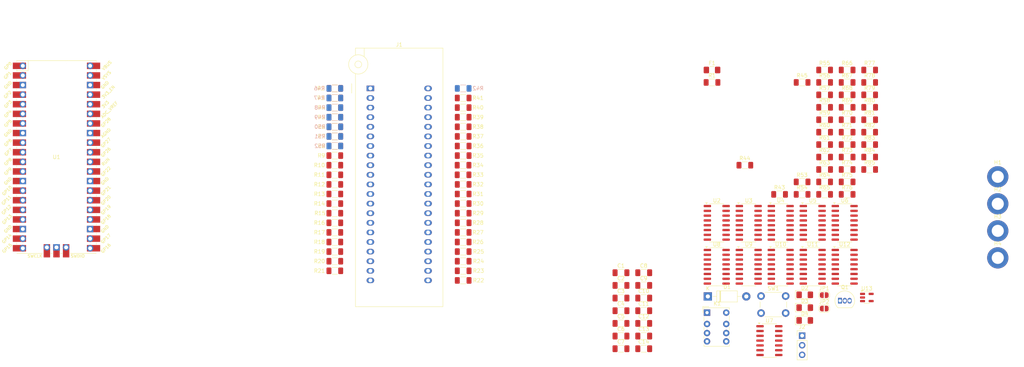
<source format=kicad_pcb>
(kicad_pcb (version 20240108) (generator "pcbnew") (generator_version "8.0")
  (layers (0 "F.Cu" signal) (31 "B.Cu" signal) (34 "B.Paste" user) (35 "F.Paste" user) (36 "B.SilkS" user "B.Silkscreen") (37 "F.SilkS" user "F.Silkscreen") (38 "B.Mask" user) (39 "F.Mask" user) (44 "Edge.Cuts" user))
  (net 0 "")
  (net 1 "GND")
  (net 2 "/SWITCHED_VCC")
  (net 3 "VCC")
  (net 4 "+3V3")
  (net 5 "Net-(D1-A)")
  (net 6 "Net-(D2-K)")
  (net 7 "Net-(D3-A)")
  (net 8 "Net-(D4-A)")
  (net 9 "Net-(U1-VBUS)")
  (net 10 "/ZIF_4")
  (net 11 "/ZIF_2")
  (net 12 "/ZIF_33")
  (net 13 "/ZIF_37")
  (net 14 "/ZIF_26")
  (net 15 "/ZIF_15")
  (net 16 "/ZIF_34")
  (net 17 "/ZIF_11")
  (net 18 "/ZIF_29")
  (net 19 "/ZIF_17")
  (net 20 "/ZIF_22")
  (net 21 "/ZIF_20")
  (net 22 "/ZIF_25")
  (net 23 "/ZIF_3")
  (net 24 "/ZIF_1")
  (net 25 "/ZIF_12")
  (net 26 "/ZIF_31")
  (net 27 "/ZIF_14")
  (net 28 "/ZIF_27")
  (net 29 "/ZIF_8")
  (net 30 "/ZIF_32")
  (net 31 "/ZIF_24")
  (net 32 "/ZIF_41")
  (net 33 "/ZIF_18")
  (net 34 "/ZIF_40")
  (net 35 "/ZIF_13")
  (net 36 "/ZIF_30")
  (net 37 "/ZIF_39")
  (net 38 "/ZIF_7")
  (net 39 "/ZIF_10")
  (net 40 "/ZIF_38")
  (net 41 "/ZIF_23")
  (net 42 "/ZIF_35")
  (net 43 "/ZIF_36")
  (net 44 "/ZIF_6")
  (net 45 "/ZIF_5")
  (net 46 "/ZIF_28")
  (net 47 "/ZIF_16")
  (net 48 "/ZIF_9")
  (net 49 "/ZIF_19")
  (net 50 "Net-(J2-Pin_3)")
  (net 51 "Net-(J2-Pin_1)")
  (net 52 "Net-(JP1-B)")
  (net 53 "Net-(JP2-B)")
  (net 56 "Net-(Q1-B)")
  (net 57 "Net-(R1-Pad1)")
  (net 58 "Net-(U2-QA)")
  (net 59 "Net-(U2-QB)")
  (net 60 "Net-(U2-QC)")
  (net 61 "Net-(U2-QD)")
  (net 62 "Net-(U2-QE)")
  (net 63 "Net-(U2-QF)")
  (net 64 "Net-(U2-QG)")
  (net 65 "Net-(U2-QH)")
  (net 66 "Net-(U3-QA)")
  (net 67 "Net-(U3-QB)")
  (net 68 "Net-(U3-QC)")
  (net 69 "Net-(U3-QD)")
  (net 70 "Net-(U3-QE)")
  (net 71 "Net-(U3-QF)")
  (net 72 "Net-(U3-QG)")
  (net 73 "Net-(U3-QH)")
  (net 74 "Net-(U4-QA)")
  (net 75 "Net-(U4-QB)")
  (net 76 "Net-(U4-QC)")
  (net 77 "Net-(U4-QD)")
  (net 78 "Net-(U4-QE)")
  (net 79 "Net-(U4-QF)")
  (net 80 "Net-(U4-QG)")
  (net 81 "Net-(U4-QH)")
  (net 82 "Net-(U5-QA)")
  (net 83 "Net-(U5-QB)")
  (net 84 "Net-(U5-QC)")
  (net 85 "Net-(U5-QD)")
  (net 86 "Net-(U5-QE)")
  (net 87 "Net-(U5-QF)")
  (net 88 "Net-(U5-QG)")
  (net 89 "Net-(U5-QH)")
  (net 90 "Net-(U6-QA)")
  (net 91 "Net-(U6-QB)")
  (net 92 "Net-(U6-QC)")
  (net 93 "Net-(U6-QD)")
  (net 94 "Net-(U6-QE)")
  (net 95 "Net-(U6-QF)")
  (net 96 "Net-(U6-QG)")
  (net 97 "Net-(U6-QH)")
  (net 98 "/SIPO_CLK")
  (net 99 "/PISO_CLK")
  (net 100 "Net-(U1-RUN)")
  (net 103 "/~{SIPO_OE}")
  (net 106 "/SIPO_SER")
  (net 112 "/SIPO_RCLK")
  (net 116 "/~{SIPO_CLR}")
  (net 122 "/PISO_SH")
  (net 125 "/~{PISO_CLR}")
  (net 128 "/PISO_INH")
  (net 131 "/~{RELAY_ENABLE}")
  (net 132 "/PISO_SER_3V3")
  (net 144 "Net-(U2-QH')")
  (net 145 "Net-(U2-~{OE})")
  (net 146 "Net-(U3-QH')")
  (net 147 "Net-(U4-QH')")
  (net 148 "Net-(U5-QH')")
  (net 150 "Net-(U7-Pad4)")
  (net 151 "Net-(U7-Pad1)")
  (net 152 "Net-(U8-Qh)")
  (net 153 "Net-(U10-Ds)")
  (net 155 "Net-(U10-Qh)")
  (net 156 "Net-(U11-Qh)")
  (net 157 "/PISO_SER")
  (footprint "Resistor_SMD:R_1206_3216Metric_Pad1.30x1.75mm_HandSolder" (layer "F.Cu") (at 150.368 89.408 180)
    (property "Reference" "R29")
    (property "Value" "10K")
  )
  (footprint "Resistor_SMD:R_1206_3216Metric_Pad1.30x1.75mm_HandSolder" (layer "F.Cu") (at 245.86 84.419)
    (property "Reference" "R65")
    (property "Value" "470K")
  )
  (footprint "Resistor_SMD:R_1206_3216Metric_Pad1.30x1.75mm_HandSolder" (layer "F.Cu") (at 116.459 94.488)
    (property "Reference" "R17")
    (property "Value" "10K")
  )
  (footprint "Package_SO:SOIC-16_3.9x9.9mm_P1.27mm" (layer "F.Cu") (at 225.81 103.579)
    (property "Reference" "U9")
    (property "Value" "74HCT166")
  )
  (footprint "Resistor_SMD:R_1206_3216Metric_Pad1.30x1.75mm_HandSolder" (layer "F.Cu") (at 116.459 64.008)
    (property "Reference" "R5")
    (property "Value" "10K")
  )
  (footprint "Capacitor_SMD:C_1206_3216Metric_Pad1.33x1.80mm_HandSolder" (layer "F.Cu") (at 192.06 121.909)
    (property "Reference" "C6")
    (property "Value" "100nF")
  )
  (footprint "Capacitor_SMD:C_1206_3216Metric_Pad1.33x1.80mm_HandSolder" (layer "F.Cu") (at 192.06 111.859)
    (property "Reference" "C3")
    (property "Value" "100nF")
  )
  (footprint "Capacitor_SMD:C_1206_3216Metric_Pad1.33x1.80mm_HandSolder" (layer "F.Cu") (at 198.07 111.859)
    (property "Reference" "C10")
    (property "Value" "100nF")
  )
  (footprint "Resistor_SMD:R_1206_3216Metric_Pad1.30x1.75mm_HandSolder" (layer "F.Cu") (at 251.81 67.969)
    (property "Reference" "R71")
    (property "Value" "470K")
  )
  (footprint "Capacitor_SMD:C_1206_3216Metric_Pad1.33x1.80mm_HandSolder" (layer "F.Cu") (at 198.07 121.909)
    (property "Reference" "C13")
    (property "Value" "100nF")
  )
  (footprint "Resistor_SMD:R_1206_3216Metric_Pad1.30x1.75mm_HandSolder" (layer "F.Cu") (at 150.368 104.648 180)
    (property "Reference" "R23")
    (property "Value" "10K")
  )
  (footprint "MountingHole:MountingHole_3.2mm_M3_DIN965_Pad" (layer "F.Cu") (at 291.609 101.225)
    (property "Reference" "H4")
    (property "Value" "MountingHole_Pad")
  )
  (footprint "Capacitor_SMD:C_1206_3216Metric_Pad1.33x1.80mm_HandSolder" (layer "F.Cu") (at 198.07 105.159)
    (property "Reference" "C8")
    (property "Value" "100nF")
  )
  (footprint "Resistor_SMD:R_1206_3216Metric_Pad1.30x1.75mm_HandSolder" (layer "F.Cu") (at 257.76 61.389)
    (property "Reference" "R80")
    (property "Value" "470K")
  )
  (footprint "Capacitor_SMD:C_1206_3216Metric_Pad1.33x1.80mm_HandSolder" (layer "F.Cu") (at 198.07 118.559)
    (property "Reference" "C12")
    (property "Value" "100nF")
  )
  (footprint "Capacitor_SMD:C_1206_3216Metric_Pad1.33x1.80mm_HandSolder" (layer "F.Cu") (at 192.06 108.509)
    (property "Reference" "C2")
    (property "Value" "10uF")
  )
  (footprint "Diode_THT:D_DO-41_SOD81_P10.16mm_Horizontal" (layer "F.Cu") (at 215.01 111.429)
    (property "Reference" "D1")
    (property "Value" "1N5818")
  )
  (footprint "MountingHole:MountingHole_3.2mm_M3_DIN965_Pad" (layer "F.Cu") (at 291.609 94.075)
    (property "Reference" "H3")
    (property "Value" "MountingHole_Pad")
  )
  (footprint "Resistor_SMD:R_1206_3216Metric_Pad1.30x1.75mm_HandSolder" (layer "F.Cu") (at 116.459 71.628)
    (property "Reference" "R8")
    (property "Value" "10K")
  )
  (footprint "Resistor_SMD:R_1206_3216Metric_Pad1.30x1.75mm_HandSolder" (layer "F.Cu") (at 116.459 102.108)
    (property "Reference" "R20")
    (property "Value" "10K")
  )
  (footprint "Resistor_SMD:R_1206_3216Metric_Pad1.30x1.75mm_HandSolder" (layer "F.Cu") (at 251.81 51.519)
    (property "Reference" "R66")
    (property "Value" "470K")
  )
  (footprint "Resistor_SMD:R_1206_3216Metric_Pad1.30x1.75mm_HandSolder" (layer "F.Cu") (at 257.76 77.839)
    (property "Reference" "R85")
    (property "Value" "470K")
  )
  (footprint "Jumper:SolderJumper-2_P1.3mm_Open_RoundedPad1.0x1.5mm" (layer "F.Cu") (at 245.76 111.079)
    (property "Reference" "JP1")
    (property "Value" "Switch 1")
  )
  (footprint "Capacitor_SMD:C_1206_3216Metric_Pad1.33x1.80mm_HandSolder" (layer "F.Cu") (at 192.06 118.559)
    (property "Reference" "C5")
    (property "Value" "100nF")
  )
  (footprint "Resistor_SMD:R_1206_3216Metric_Pad1.30x1.75mm_HandSolder" (layer "F.Cu") (at 116.459 104.648)
    (property "Reference" "R21")
    (property "Value" "10K")
  )
  (footprint "Resistor_SMD:R_1206_3216Metric_Pad1.30x1.75mm_HandSolder" (layer "F.Cu") (at 150.368 97.028 180)
    (property "Reference" "R26")
    (property "Value" "10K")
  )
  (footprint "Resistor_SMD:R_1206_3216Metric_Pad1.30x1.75mm_HandSolder" (layer "F.Cu") (at 150.342 76.708 180)
    (property "Reference" "R34")
    (property "Value" "10K")
  )
  (footprint "Package_SO:SOIC-16_3.9x9.9mm_P1.27mm" (layer "F.Cu") (at 242.71 103.579)
    (property "Reference" "U11")
    (property "Value" "74HCT166")
  )
  (footprint "Package_SO:SOIC-14_3.9x8.7mm_P1.27mm" (layer "F.Cu") (at 231.27 123.114)
    (property "Reference" "U7")
    (property "Value" "74HCT02")
  )
  (footprint "Resistor_SMD:R_1206_3216Metric_Pad1.30x1.75mm_HandSolder" (layer "F.Cu") (at 116.459 66.548)
    (property "Reference" "R6")
    (property "Value" "10K")
  )
  (footprint "Resistor_SMD:R_1206_3216Metric_Pad1.30x1.75mm_HandSolder" (layer "F.Cu") (at 245.86 58.099)
    (property "Reference" "R57")
    (property "Value" "470K")
  )
  (footprint "Resistor_SMD:R_1206_3216Metric_Pad1.30x1.75mm_HandSolder" (layer "F.Cu") (at 150.368 99.568 180)
    (property "Reference" "R25")
    (property "Value" "10K")
  )
  (footprint "Resistor_SMD:R_1206_3216Metric_Pad1.30x1.75mm_HandSolder" (layer "F.Cu") (at 239.91 81.129)
    (property "Reference" "R53")
    (property "Value" "470K")
  )
  (footprint "Capacitor_SMD:C_1206_3216Metric_Pad1.33x1.80mm_HandSolder" (layer "F.Cu") (at 198.07 115.209)
    (property "Reference" "C11")
    (property "Value" "100nF")
  )
  (footprint "Resistor_SMD:R_1206_3216Metric_Pad1.30x1.75mm_HandSolder" (layer "F.Cu") (at 150.368 81.788 180)
    (property "Reference" "R32")
    (property "Value" "10K")
  )
  (footprint "Resistor_SMD:R_1206_3216Metric_Pad1.30x1.75mm_HandSolder" (layer "F.Cu") (at 257.76 74.549)
    (property "Reference" "R84")
    (property "Value" "470K")
  )
  (footprint "Resistor_SMD:R_1206_3216Metric_Pad1.30x1.75mm_HandSolder" (layer "F.Cu") (at 150.368 94.488 180)
    (property "Reference" "R27")
    (property "Value" "10K")
  )
  (footprint "Resistor_SMD:R_1206_3216Metric_Pad1.30x1.75mm_HandSolder" (layer "F.Cu") (at 150.368 61.468 180)
    (property "Reference" "R40")
    (property "Value" "10K")
  )
  (footprint "Capacitor_SMD:C_1206_3216Metric_Pad1.33x1.80mm_HandSolder" (layer "F.Cu") (at 192.06 115.209)
    (property "Reference" "C4")
    (property "Value" "100nF")
  )
  (footprint "Resistor_SMD:R_1206_3216Metric_Pad1.30x1.75mm_HandSolder" (layer "F.Cu") (at 116.459 74.168)
    (property "Reference" "R9")
    (property "Value" "10K")
  )
  (footprint "Resistor_SMD:R_1206_3216Metric_Pad1.30x1.75mm_HandSolder" (layer "F.Cu") (at 251.81 54.809)
    (property "Reference" "R67")
    (property "Value" "470K")
  )
  (footprint "Resistor_SMD:R_1206_3216Metric_Pad1.30x1.75mm_HandSolder" (layer "F.Cu") (at 233.96 84.419)
    (property "Reference" "R43")
    (property "Value" "1.2K")
  )
  (footprint "Resistor_SMD:R_1206_3216Metric_Pad1.30x1.75mm_HandSolder" (layer "F.Cu") (at 245.86 77.839)
    (property "Reference" "R63")
    (property "Value" "470K")
  )
  (footprint "LED_SMD:LED_1206_3216Metric_Pad1.42x1.75mm_HandSolder" (layer "F.Cu") (at 240.615 114.389)
    (property "Reference" "D3")
    (property "Value" "SIPO ACT")
  )
  (footprint "Resistor_SMD:R_1206_3216Metric_Pad1.30x1.75mm_HandSolder" (layer "F.Cu") (at 150.368 84.328 180)
    (property "Reference" "R31")
    (property "Value" "10K")
  )
  (footprint "Package_SO:SOIC-16_3.9x9.9mm_P1.27mm" (layer "F.Cu") (at 225.81 91.959)
    (property "Reference" "U3")
    (property "Value" "74HCT595")
  )
  (footprint "Jumper:SolderJumper-2_P1.3mm_Open_RoundedPad1.0x1.5mm" (layer "F.Cu") (at 245.76 114.629)
    (property "Reference" "JP2")
    (property "Value" "Switch 2")
  )
  (footprint "LED_SMD:LED_1206_3216Metric_Pad1.42x1.75mm_HandSolder" (layer "F.Cu") (at 240.615 110.999)
    (property "Reference" "D2")
    (property "Value" "SOCKET VCC")
  )
  (footprint "Resistor_SMD:R_1206_3216Metric_Pad1.30x1.75mm_HandSolder" (layer "F.Cu") (at 245.86 67.969)
    (property "Reference" "R60")
    (property "Value" "470K")
  )
  (footprint "Resistor_SMD:R_1206_3216Metric_Pad1.30x1.75mm_HandSolder" (layer "F.Cu") (at 116.459 76.708)
    (property "Reference" "R10")
    (property "Value" "10K")
  )
  (footprint "Package_SO:SOIC-16_3.9x9.9mm_P1.27mm" (layer "F.Cu") (at 217.36 103.579)
    (property "Reference" "U8")
    (property "Value" "74HCT166")
  )
  (footprint "Resistor_SMD:R_1206_3216Metric_Pad1.30x1.75mm_HandSolder" (layer "F.Cu") (at 150.368 69.088 180)
    (property "Reference" "R37")
    (property "Value" "10K")
  )
  (footprint "Resistor_SMD:R_1206_3216Metric_Pad1.30x1.75mm_HandSolder" (layer "F.Cu") (at 245.86 74.549)
    (property "Reference" "R62")
    (property "Value" "470K")
  )
  (footprint "Capacitor_SMD:C_1206_3216Metric_Pad1.33x1.80mm_HandSolder" (layer "F.Cu") (at 198.07 125.259)
    (property "Reference" "C14")
    (property "Value" "100nF")
  )
  (footprint "Resistor_SMD:R_1206_3216Metric_Pad1.30x1.75mm_HandSolder" (layer "F.Cu") (at 116.459 89.408)
    (property "Reference" "R15")
    (property "Value" "10K")
  )
  (footprint "Package_SO:SOIC-16_3.9x9.9mm_P1.27mm" (layer "F.Cu") (at 217.36 91.959)
    (property "Reference" "U2")
    (property "Value" "74HCT595")
  )
  (footprint "Package_TO_SOT_THT:TO-92_Inline" (layer "F.Cu") (at 249.92 112.559)
    (property "Reference" "Q1")
    (property "Value" "2N3904")
  )
  (footprint "Resistor_SMD:R_1206_3216Metric_Pad1.30x1.75mm_HandSolder" (layer "F.Cu") (at 116.459 86.868)
    (property "Reference" "R14")
    (property "Value" "10K")
  )
  (footprint "Resistor_SMD:R_1206_3216Metric_Pad1.30x1.75mm_HandSolder" (layer "F.Cu") (at 257.76 58.099)
    (property "Reference" "R79")
    (property "Value" "470K")
  )
  (footprint "Resistor_SMD:R_1206_3216Metric_Pad1.30x1.75mm_HandSolder" (layer "F.Cu") (at 245.86 64.679)
    (property "Reference" "R59")
    (property "Value" "470K")
  )
  (footprint "Resistor_SMD:R_1206_3216Metric_Pad1.30x1.75mm_HandSolder" (layer "F.Cu") (at 150.368 58.928 180)
    (property "Reference" "R41")
    (property "Value" "10K")
  )
  (footprint "Resistor_SMD:R_1206_3216Metric_Pad1.30x1.75mm_HandSolder" (layer "F.Cu") (at 150.368 66.548 180)
    (property "Reference" "R38")
    (property "Value" "10K")
  )
  (footprint "Resistor_SMD:R_1206_3216Metric_Pad1.30x1.75mm_HandSolder" (layer "F.Cu") (at 116.459 61.468)
    (property "Reference" "R4")
    (property "Value" "10K")
  )
  (footprint "Resistor_SMD:R_1206_3216Metric_Pad1.30x1.75mm_HandSolder" (layer "F.Cu") (at 251.81 74.549)
    (property "Reference" "R73")
    (property "Value" "470K")
  )
  (footprint "Resistor_SMD:R_1206_3216Metric_Pad1.30x1.75mm_HandSolder" (layer "F.Cu") (at 116.459 56.388)
    (property "Reference" "R2")
    (property "Value" "10K")
  )
  (footprint "LED_SMD:LED_1206_3216Metric_Pad1.42x1.75mm_HandSolder" (layer "F.Cu") (at 240.615 117.779)
    (property "Reference" "D4")
    (property "Value" "PISO ACT")
  )
  (footprint "Resistor_SMD:R_1206_3216Metric_Pad1.30x1.75mm_HandSolder" (layer "F.Cu") (at 116.459 84.328)
    (property "Reference" "R13")
    (property "Value" "10K")
  )
  (footprint "Package_TO_SOT_SMD:SOT-23-5" (layer "F.Cu") (at 257.02 111.704)
    (property "Reference" "U13")
    (property "Value" "SN74LV1T125DBV")
  )
  (footprint "Resistor_SMD:R_1206_3216Metric_Pad1.30x1.75mm_HandSolder" (layer "F.Cu") (at 251.81 77.839)
    (property "Reference" "R74")
    (property "Value" "470K")
  )
  (footprint "Resistor_SMD:R_1206_3216Metric_Pad1.30x1.75mm_HandSolder" (layer "F.Cu") (at 257.76 51.519)
    (property "Reference" "R77")
    (property "Value" "470K")
  )
  (footprint "Resistor_SMD:R_1206_3216Metric_Pad1.30x1.75mm_HandSolder" (layer "F.Cu") (at 257.76 64.679)
    (property "Reference" "R81")
    (property "Value" "470K")
  )
  (footprint "Resistor_SMD:R_1206_3216Metric_Pad1.30x1.75mm_HandSolder" (layer "F.Cu") (at 251.81 58.099)
    (property "Reference" "R68")
    (property "Value" "470K")
  )
  (footprint "Relay_THT:Relay_DPDT_Omron_G6K-2P-Y" (layer "F.Cu") (at 214.795 115.714)
    (property "Reference" "K1")
    (property "Value" "G6K-2")
  )
  (footprint "Button_Switch_THT:SW_PUSH_6mm" (layer "F.Cu") (at 229.07 111.329)
    (property "Reference" "SW1")
    (property "Value" "RESET")
  )
  (footprint "Resistor_SMD:R_1206_3216Metric_Pad1.30x1.75mm_HandSolder" (layer "F.Cu") (at 224.79 76.708)
    (property "Reference" "R44")
    (property "Value" "1K")
  )
  (footprint "Resistor_SMD:R_1206_3216Metric_Pad1.30x1.75mm_HandSolder" (layer "F.Cu") (at 116.459 81.788)
    (property "Reference" "R12")
    (property "Value" "10K")
  )
  (footprint "Resistor_SMD:R_1206_3216Metric_Pad1.30x1.75mm_HandSolder" (layer "F.Cu") (at 216.11 54.809)
    (property "Reference" "R1")
    (property "Value" "2.2K")
  )
  (footprint "Package_SO:SOIC-16_3.9x9.9mm_P1.27mm" (layer "F.Cu") (at 234.26 103.579)
    (property "Reference" "U10")
    (property "Value" "74HCT166")
  )
  (footprint "Socket:DIP_Socket-42_W11.9_W12.7_W15.24_W17.78_W18.5_3M_242-1281-00-0602J" (layer "F.Cu") (at 125.857 56.388)
    (property "Reference" "J1")
    (property "Value" "ZIF Socket")
  )
  (footprint "MountingHole:MountingHole_3.2mm_M3_DIN965_Pad" (layer "F.Cu") (at 291.609 79.775)
    (property "Reference" "H1")
    (property "Value" "MountingHole_Pad")
  )
  (footprint "Resistor_SMD:R_1206_3216Metric_Pad1.30x1.75mm_HandSolder" (layer "F.Cu") (at 245.86 81.129)
    (property "Reference" "R64")
    (property "Value" "470K")
  )
  (footprint "Resistor_SMD:R_1206_3216Metric_Pad1.30x1.75mm_HandSolder" (layer "F.Cu") (at 245.86 71.259)
    (property "Reference" "R61")
    (property "Value" "470K")
  )
  (footprint "Resistor_SMD:R_1206_3216Metric_Pad1.30x1.75mm_HandSolder" (layer "F.Cu") (at 150.368 74.168 180)
    (property "Reference" "R35")
    (property "Value" "10K")
  )
  (footprint "Resistor_SMD:R_1206_3216Metric_Pad1.30x1.75mm_HandSolder" (layer "F.Cu") (at 150.368 71.628 180)
    (property "Reference" "R36")
    (property "Value" "10K")
  )
  (footprint "Package_SO:SOIC-16_3.9x9.9mm_P1.27mm" (layer "F.Cu") (at 242.71 91.959)
    (property "Reference" "U5")
    (property "Value" "74HCT595")
  )
  (footprint "Capacitor_SMD:C_1206_3216Metric_Pad1.33x1.80mm_HandSolder" (layer "F.Cu") (at 192.06 105.159)
    (property "Reference" "C1")
    (property "Value" "100nF")
  )
  (footprint "Resistor_SMD:R_1206_3216Metric_Pad1.30x1.75mm_HandSolder" (layer "F.Cu") (at 257.76 71.259)
    (property "Reference" "R83")
    (property "Value" "470K")
  )
  (footprint "Connector_PinHeader_2.54mm:PinHeader_1x03_P2.54mm_Vertical" (layer "F.Cu") (at 239.92 121.799)
    (property "Reference" "J2")
    (property "Value" "Debug Header")
  )
  (footprint "Resistor_SMD:R_1206_3216Metric_Pad1.30x1.75mm_HandSolder" (layer "F.Cu") (at 150.368 107.188 180)
    (property "Reference" "R22")
    (property "Value" "10K")
  )
  (footprint "Package_SO:SOIC-16_3.9x9.9mm_P1.27mm" (layer "F.Cu") (at 234.26 91.959)
    (property "Reference" "U4")
    (property "Value" "74HCT595")
  )
  (footprint "Resistor_SMD:R_1206_3216Metric_Pad1.30x1.75mm_HandSolder" (layer "F.Cu") (at 251.81 64.679)
    (property "Reference" "R70")
    (property "Value" "470K")
  )
  (footprint "Package_SO:SOIC-16_3.9x9.9mm_P1.27mm" (layer "F.Cu") (at 251.16 103.579)
    (property "Reference" "U12")
    (property "Value" "74HCT166")
  )
  (footprint "Fuse:Fuse_1206_3216Metric_Pad1.42x1.75mm_HandSolder" (layer "F.Cu") (at 216.11 51.519)
    (property "Reference" "F1")
    (property "Value" "500mA")
  )
  (footprint "MCU_RaspberryPi_and_Boards:RPi_Pico_SMD_TH" (layer "F.Cu") (at 42.926 74.549)
    (property "Reference" "U1")
    (property "Value" "Pico")
  )
  (footprint "Resistor_SMD:R_1206_3216Metric_Pad1.30x1.75mm_HandSolder" (layer "F.Cu") (at 150.368 91.948 180)
    (property "Reference" "R28")
    (property "Value" "10K")
  )
  (footprint "Capacitor_SMD:C_1206_3216Metric_Pad1.33x1.80mm_HandSolder" (layer "F.Cu") (at 192.06 125.259)
    (property "Reference" "C7")
    (property "Value" "100nF")
  )
  (footprint "Resistor_SMD:R_1206_3216Metric_Pad1.30x1.75mm_HandSolder" (layer "F.Cu") (at 116.459 97.028)
    (property "Reference" "R18")
    (property "Value" "10K")
  )
  (footprint "Resistor_SMD:R_1206_3216Metric_Pad1.30x1.75mm_HandSolder" (layer "F.Cu") (at 116.459 79.248)
    (property "Reference" "R11")
    (property "Value" "10K")
  )
  (footprint "Resistor_SMD:R_1206_3216Metric_Pad1.30x1.75mm_HandSolder" (layer "F.Cu") (at 116.459 91.948)
    (property "Reference" "R16")
    (property "Value" "10K")
  )
  (footprint "Resistor_SMD:R_1206_3216Metric_Pad1.30x1.75mm_HandSolder" (layer "F.Cu") (at 150.368 86.868 180)
    (property "Reference" "R30")
    (property "Value" "10K")
  )
  (footprint "Resistor_SMD:R_1206_3216Metric_Pad1.30x1.75mm_HandSolder" (layer "F.Cu") (at 245.86 61.389)
    (property "Reference" "R58")
    (property "Value" "470K")
  )
  (footprint "Resistor_SMD:R_1206_3216Metric_Pad1.30x1.75mm_HandSolder" (layer "F.Cu") (at 257.76 67.969)
    (property "Reference" "R82")
    (property "Value" "470K")
  )
  (footprint "Resistor_SMD:R_1206_3216Metric_Pad1.30x1.75mm_HandSolder" (layer "F.Cu") (at 251.81 84.419)
    (property "Reference" "R76")
    (property "Value" "470K")
  )
  (footprint "Package_SO:SOIC-16_3.9x9.9mm_P1.27mm" (layer "F.Cu") (at 251.16 91.959)
    (property "Reference" "U6")
    (property "Value" "74HCT595")
  )
  (footprint "Resistor_SMD:R_1206_3216Metric_Pad1.30x1.75mm_HandSolder" (layer "F.Cu") (at 150.368 64.008 180)
    (property "Reference" "R39")
    (property "Value" "10K")
  )
  (footprint "Resistor_SMD:R_1206_3216Metric_Pad1.30x1.75mm_HandSolder" (layer "F.Cu") (at 251.81 61.389)
    (property "Reference" "R69")
    (property "Value" "470K")
  )
  (footprint "Resistor_SMD:R_1206_3216Metric_Pad1.30x1.75mm_HandSolder" (layer "F.Cu") (at 239.91 84.419)
    (property "Reference" "R54")
    (property "Value" "470K")
  )
  (footprint "Resistor_SMD:R_1206_3216Metric_Pad1.30x1.75mm_HandSolder" (layer "F.Cu") (at 116.459 69.088)
    (property "Reference" "R7")
    (property "Value" "10K")
  )
  (footprint "Resistor_SMD:R_1206_3216Metric_Pad1.30x1.75mm_HandSolder" (layer "F.Cu") (at 251.81 81.129)
    (property "Reference" "R75")
    (property "Value" "470K")
  )
  (footprint "Resistor_SMD:R_1206_3216Metric_Pad1.30x1.75mm_HandSolder" (layer "F.Cu") (at 239.91 54.809)
    (property "Reference" "R45")
    (property "Value" "1K")
  )
  (footprint "Resistor_SMD:R_1206_3216Metric_Pad1.30x1.75mm_HandSolder" (layer "F.Cu") (at 245.86 54.809)
    (property "Reference" "R56")
    (property "Value" "470K")
  )
  (footprint "Resistor_SMD:R_1206_3216Metric_Pad1.30x1.75mm_HandSolder" (layer "F.Cu") (at 257.76 54.809)
    (property "Reference" "R78")
    (property "Value" "470K")
  )
  (footprint "Resistor_SMD:R_1206_3216Metric_Pad1.30x1.75mm_HandSolder" (layer "F.Cu") (at 150.342 79.248 180)
    (property "Reference" "R33")
    (property "Value" "10K")
  )
  (footprint "MountingHole:MountingHole_3.2mm_M3_DIN965_Pad" (layer "F.Cu") (at 291.609 86.925)
    (property "Reference" "H2")
    (property "Value" "MountingHole_Pad")
  )
  (footprint "Resistor_SMD:R_1206_3216Metric_Pad1.30x1.75mm_HandSolder" (layer "F.Cu") (at 150.368 102.108 180)
    (property "Reference" "R24")
    (property "Value" "10K")
  )
  (footprint "Resistor_SMD:R_1206_3216Metric_Pad1.30x1.75mm_HandSolder" (layer "F.Cu") (at 116.459 58.928)
    (property "Reference" "R3")
    (property "Value" "10K")
  )
  (footprint "Resistor_SMD:R_1206_3216Metric_Pad1.30x1.75mm_HandSolder" (layer "F.Cu") (at 251.81 71.259)
    (property "Reference" "R72")
    (property "Value" "470K")
  )
  (footprint "Capacitor_SMD:C_1206_3216Metric_Pad1.33x1.80mm_HandSolder" (layer "F.Cu") (at 198.07 108.509)
    (property "Reference" "C9")
    (property "Value" "100nF")
  )
  (footprint "Resistor_SMD:R_1206_3216Metric_Pad1.30x1.75mm_HandSolder" (layer "F.Cu") (at 116.459 99.568)
    (property "Reference" "R19")
    (property "Value" "10K")
  )
  (footprint "Resistor_SMD:R_1206_3216Metric_Pad1.30x1.75mm_HandSolder" (layer "F.Cu") (at 245.86 51.519)
    (property "Reference" "R55")
    (property "Value" "470K")
  )
  (footprint "Resistor_SMD:R_1206_3216Metric_Pad1.30x1.75mm_HandSolder" (layer "B.Cu") (at 150.368 56.388 180)
    (property "Reference" "R42")
    (property "Value" "100K")
  )
  (footprint "Resistor_SMD:R_1206_3216Metric_Pad1.30x1.75mm_HandSolder" (layer "B.Cu") (at 116.459 64.008 180)
    (property "Reference" "R49")
    (property "Value" "470K")
  )
  (footprint "Resistor_SMD:R_1206_3216Metric_Pad1.30x1.75mm_HandSolder" (layer "B.Cu") (at 116.459 66.548 180)
    (property "Reference" "R50")
    (property "Value" "470K")
  )
  (footprint "Resistor_SMD:R_1206_3216Metric_Pad1.30x1.75mm_HandSolder" (layer "B.Cu") (at 116.459 71.628 180)
    (property "Reference" "R52")
    (property "Value" "470K")
  )
  (footprint "Resistor_SMD:R_1206_3216Metric_Pad1.30x1.75mm_HandSolder" (layer "B.Cu") (at 116.459 56.388 180)
    (property "Reference" "R46")
    (property "Value" "470K")
  )
  (footprint "Resistor_SMD:R_1206_3216Metric_Pad1.30x1.75mm_HandSolder" (layer "B.Cu") (at 116.459 58.928 180)
    (property "Reference" "R47")
    (property "Value" "470K")
  )
  (footprint "Resistor_SMD:R_1206_3216Metric_Pad1.30x1.75mm_HandSolder" (layer "B.Cu") (at 116.459 69.088 180)
    (property "Reference" "R51")
    (property "Value" "470K")
  )
  (footprint "Resistor_SMD:R_1206_3216Metric_Pad1.30x1.75mm_HandSolder" (layer "B.Cu") (at 116.459 61.468 180)
    (property "Reference" "R48")
    (property "Value" "470K")
  )
)
</source>
